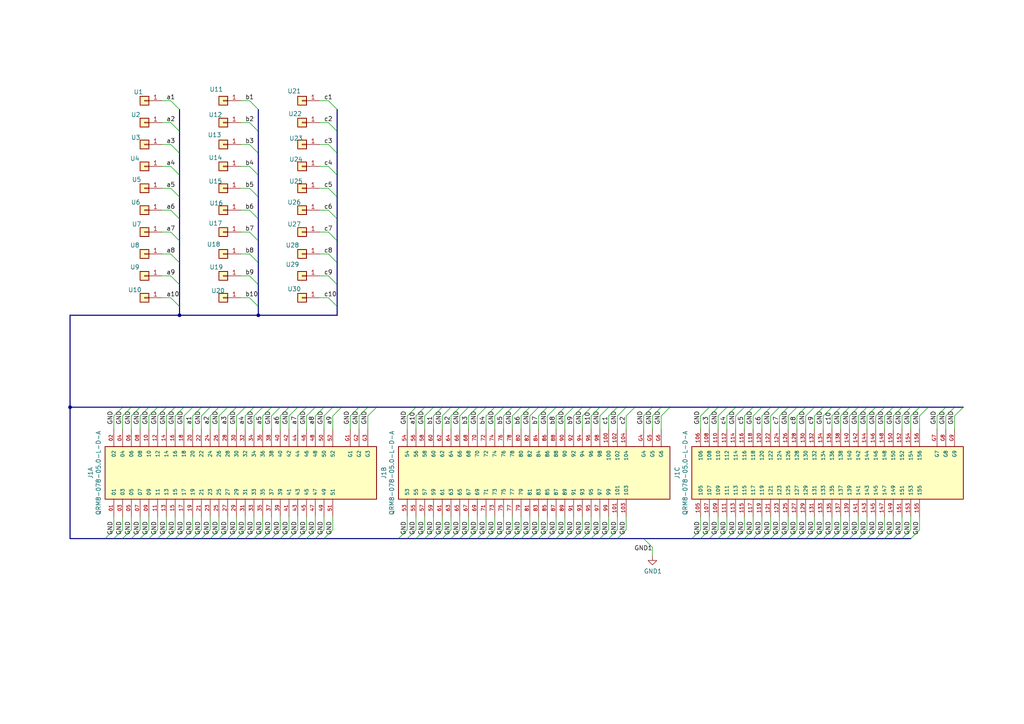
<source format=kicad_sch>
(kicad_sch (version 20211123) (generator eeschema)
  (paper "A4")
  (junction (at 52.07 91.44))
  (junction (at 74.93 91.44))
  (junction (at 20.32 118.11))
  (bus_entry (at 231.14 120.65) (size 2.54 -2.54))
  (bus_entry (at 171.45 153.67) (size -2.54 2.54))
  (bus_entry (at 208.28 120.65) (size 2.54 -2.54))
  (bus_entry (at 163.83 120.65) (size 2.54 -2.54))
  (bus_entry (at 63.5 120.65) (size 2.54 -2.54))
  (bus_entry (at 133.35 153.67) (size -2.54 2.54))
  (bus_entry (at 220.98 120.65) (size 2.54 -2.54))
  (bus_entry (at 58.42 120.65) (size 2.54 -2.54))
  (bus_entry (at 256.54 153.67) (size -2.54 2.54))
  (bus_entry (at 72.39 73.66) (size 2.54 2.54))
  (bus_entry (at 123.19 120.65) (size 2.54 -2.54))
  (bus_entry (at 261.62 153.67) (size -2.54 2.54))
  (bus_entry (at 274.32 120.65) (size 2.54 -2.54))
  (bus_entry (at 93.98 153.67) (size -2.54 2.54))
  (bus_entry (at 218.44 120.65) (size 2.54 -2.54))
  (bus_entry (at 49.53 54.61) (size 2.54 2.54))
  (bus_entry (at 49.53 41.91) (size 2.54 2.54))
  (bus_entry (at 95.25 41.91) (size 2.54 2.54))
  (bus_entry (at 49.53 60.96) (size 2.54 2.54))
  (bus_entry (at 83.82 153.67) (size -2.54 2.54))
  (bus_entry (at 191.77 120.65) (size 2.54 -2.54))
  (bus_entry (at 118.11 120.65) (size 2.54 -2.54))
  (bus_entry (at 96.52 153.67) (size -2.54 2.54))
  (bus_entry (at 118.11 153.67) (size -2.54 2.54))
  (bus_entry (at 151.13 120.65) (size 2.54 -2.54))
  (bus_entry (at 40.64 153.67) (size -2.54 2.54))
  (bus_entry (at 72.39 80.01) (size 2.54 2.54))
  (bus_entry (at 264.16 153.67) (size -2.54 2.54))
  (bus_entry (at 49.53 73.66) (size 2.54 2.54))
  (bus_entry (at 228.6 120.65) (size 2.54 -2.54))
  (bus_entry (at 189.23 120.65) (size 2.54 -2.54))
  (bus_entry (at 248.92 153.67) (size -2.54 2.54))
  (bus_entry (at 128.27 153.67) (size -2.54 2.54))
  (bus_entry (at 38.1 120.65) (size 2.54 -2.54))
  (bus_entry (at 120.65 153.67) (size -2.54 2.54))
  (bus_entry (at 66.04 120.65) (size 2.54 -2.54))
  (bus_entry (at 48.26 120.65) (size 2.54 -2.54))
  (bus_entry (at 210.82 153.67) (size -2.54 2.54))
  (bus_entry (at 215.9 120.65) (size 2.54 -2.54))
  (bus_entry (at 238.76 153.67) (size -2.54 2.54))
  (bus_entry (at 81.28 153.67) (size -2.54 2.54))
  (bus_entry (at 86.36 120.65) (size 2.54 -2.54))
  (bus_entry (at 158.75 120.65) (size 2.54 -2.54))
  (bus_entry (at 259.08 118.11) (size -2.54 2.54))
  (bus_entry (at 135.89 153.67) (size -2.54 2.54))
  (bus_entry (at 264.16 120.65) (size 2.54 -2.54))
  (bus_entry (at 241.3 120.65) (size 2.54 -2.54))
  (bus_entry (at 55.88 120.65) (size 2.54 -2.54))
  (bus_entry (at 228.6 153.67) (size -2.54 2.54))
  (bus_entry (at 254 153.67) (size -2.54 2.54))
  (bus_entry (at 143.51 120.65) (size 2.54 -2.54))
  (bus_entry (at 88.9 153.67) (size -2.54 2.54))
  (bus_entry (at 259.08 153.67) (size -2.54 2.54))
  (bus_entry (at 95.25 48.26) (size 2.54 2.54))
  (bus_entry (at 68.58 153.67) (size -2.54 2.54))
  (bus_entry (at 45.72 120.65) (size 2.54 -2.54))
  (bus_entry (at 72.39 54.61) (size 2.54 2.54))
  (bus_entry (at 146.05 120.65) (size 2.54 -2.54))
  (bus_entry (at 210.82 120.65) (size 2.54 -2.54))
  (bus_entry (at 220.98 153.67) (size -2.54 2.54))
  (bus_entry (at 231.14 153.67) (size -2.54 2.54))
  (bus_entry (at 91.44 120.65) (size 2.54 -2.54))
  (bus_entry (at 168.91 153.67) (size -2.54 2.54))
  (bus_entry (at 166.37 153.67) (size -2.54 2.54))
  (bus_entry (at 148.59 153.67) (size -2.54 2.54))
  (bus_entry (at 151.13 153.67) (size -2.54 2.54))
  (bus_entry (at 50.8 120.65) (size 2.54 -2.54))
  (bus_entry (at 130.81 153.67) (size -2.54 2.54))
  (bus_entry (at 146.05 153.67) (size -2.54 2.54))
  (bus_entry (at 171.45 120.65) (size 2.54 -2.54))
  (bus_entry (at 181.61 153.67) (size -2.54 2.54))
  (bus_entry (at 161.29 153.67) (size -2.54 2.54))
  (bus_entry (at 72.39 35.56) (size 2.54 2.54))
  (bus_entry (at 148.59 120.65) (size 2.54 -2.54))
  (bus_entry (at 72.39 48.26) (size 2.54 2.54))
  (bus_entry (at 138.43 153.67) (size -2.54 2.54))
  (bus_entry (at 133.35 120.65) (size 2.54 -2.54))
  (bus_entry (at 238.76 120.65) (size 2.54 -2.54))
  (bus_entry (at 173.99 120.65) (size 2.54 -2.54))
  (bus_entry (at 49.53 29.21) (size 2.54 2.54))
  (bus_entry (at 205.74 153.67) (size -2.54 2.54))
  (bus_entry (at 181.61 120.65) (size 2.54 -2.54))
  (bus_entry (at 243.84 153.67) (size -2.54 2.54))
  (bus_entry (at 43.18 120.65) (size 2.54 -2.54))
  (bus_entry (at 215.9 153.67) (size -2.54 2.54))
  (bus_entry (at 95.25 35.56) (size 2.54 2.54))
  (bus_entry (at 95.25 86.36) (size 2.54 2.54))
  (bus_entry (at 50.8 153.67) (size -2.54 2.54))
  (bus_entry (at 49.53 35.56) (size 2.54 2.54))
  (bus_entry (at 78.74 153.67) (size -2.54 2.54))
  (bus_entry (at 95.25 60.96) (size 2.54 2.54))
  (bus_entry (at 76.2 153.67) (size -2.54 2.54))
  (bus_entry (at 130.81 120.65) (size 2.54 -2.54))
  (bus_entry (at 125.73 120.65) (size 2.54 -2.54))
  (bus_entry (at 138.43 120.65) (size 2.54 -2.54))
  (bus_entry (at 158.75 153.67) (size -2.54 2.54))
  (bus_entry (at 213.36 120.65) (size 2.54 -2.54))
  (bus_entry (at 95.25 73.66) (size 2.54 2.54))
  (bus_entry (at 223.52 153.67) (size -2.54 2.54))
  (bus_entry (at 161.29 120.65) (size 2.54 -2.54))
  (bus_entry (at 248.92 120.65) (size 2.54 -2.54))
  (bus_entry (at 246.38 153.67) (size -2.54 2.54))
  (bus_entry (at 88.9 120.65) (size 2.54 -2.54))
  (bus_entry (at 40.64 120.65) (size 2.54 -2.54))
  (bus_entry (at 236.22 120.65) (size 2.54 -2.54))
  (bus_entry (at 176.53 153.67) (size -2.54 2.54))
  (bus_entry (at 271.78 120.65) (size 2.54 -2.54))
  (bus_entry (at 33.02 120.65) (size 2.54 -2.54))
  (bus_entry (at 96.52 120.65) (size 2.54 -2.54))
  (bus_entry (at 95.25 67.31) (size 2.54 2.54))
  (bus_entry (at 93.98 120.65) (size 2.54 -2.54))
  (bus_entry (at 35.56 120.65) (size 2.54 -2.54))
  (bus_entry (at 104.14 120.65) (size 2.54 -2.54))
  (bus_entry (at 135.89 120.65) (size 2.54 -2.54))
  (bus_entry (at 251.46 153.67) (size -2.54 2.54))
  (bus_entry (at 266.7 120.65) (size 2.54 -2.54))
  (bus_entry (at 179.07 120.65) (size 2.54 -2.54))
  (bus_entry (at 261.62 120.65) (size 2.54 -2.54))
  (bus_entry (at 86.36 153.67) (size -2.54 2.54))
  (bus_entry (at 95.25 80.01) (size 2.54 2.54))
  (bus_entry (at 95.25 54.61) (size 2.54 2.54))
  (bus_entry (at 213.36 153.67) (size -2.54 2.54))
  (bus_entry (at 166.37 120.65) (size 2.54 -2.54))
  (bus_entry (at 95.25 29.21) (size 2.54 2.54))
  (bus_entry (at 173.99 153.67) (size -2.54 2.54))
  (bus_entry (at 251.46 120.65) (size 2.54 -2.54))
  (bus_entry (at 128.27 120.65) (size 2.54 -2.54))
  (bus_entry (at 35.56 153.67) (size -2.54 2.54))
  (bus_entry (at 226.06 120.65) (size 2.54 -2.54))
  (bus_entry (at 49.53 48.26) (size 2.54 2.54))
  (bus_entry (at 60.96 120.65) (size 2.54 -2.54))
  (bus_entry (at 91.44 153.67) (size -2.54 2.54))
  (bus_entry (at 246.38 120.65) (size 2.54 -2.54))
  (bus_entry (at 38.1 153.67) (size -2.54 2.54))
  (bus_entry (at 153.67 153.67) (size -2.54 2.54))
  (bus_entry (at 259.08 120.65) (size 2.54 -2.54))
  (bus_entry (at 83.82 120.65) (size 2.54 -2.54))
  (bus_entry (at 71.12 153.67) (size -2.54 2.54))
  (bus_entry (at 81.28 120.65) (size 2.54 -2.54))
  (bus_entry (at 72.39 41.91) (size 2.54 2.54))
  (bus_entry (at 218.44 153.67) (size -2.54 2.54))
  (bus_entry (at 123.19 153.67) (size -2.54 2.54))
  (bus_entry (at 55.88 153.67) (size -2.54 2.54))
  (bus_entry (at 72.39 60.96) (size 2.54 2.54))
  (bus_entry (at 53.34 153.67) (size -2.54 2.54))
  (bus_entry (at 49.53 80.01) (size 2.54 2.54))
  (bus_entry (at 76.2 120.65) (size 2.54 -2.54))
  (bus_entry (at 60.96 153.67) (size -2.54 2.54))
  (bus_entry (at 168.91 120.65) (size 2.54 -2.54))
  (bus_entry (at 48.26 153.67) (size -2.54 2.54))
  (bus_entry (at 72.39 29.21) (size 2.54 2.54))
  (bus_entry (at 140.97 153.67) (size -2.54 2.54))
  (bus_entry (at 243.84 120.65) (size 2.54 -2.54))
  (bus_entry (at 71.12 120.65) (size 2.54 -2.54))
  (bus_entry (at 156.21 153.67) (size -2.54 2.54))
  (bus_entry (at 156.21 120.65) (size 2.54 -2.54))
  (bus_entry (at 68.58 120.65) (size 2.54 -2.54))
  (bus_entry (at 73.66 120.65) (size 2.54 -2.54))
  (bus_entry (at 106.68 120.65) (size 2.54 -2.54))
  (bus_entry (at 125.73 153.67) (size -2.54 2.54))
  (bus_entry (at 241.3 153.67) (size -2.54 2.54))
  (bus_entry (at 236.22 153.67) (size -2.54 2.54))
  (bus_entry (at 276.86 120.65) (size 2.54 -2.54))
  (bus_entry (at 203.2 120.65) (size 2.54 -2.54))
  (bus_entry (at 72.39 67.31) (size 2.54 2.54))
  (bus_entry (at 186.69 156.21) (size 2.54 2.54))
  (bus_entry (at 49.53 67.31) (size 2.54 2.54))
  (bus_entry (at 233.68 120.65) (size 2.54 -2.54))
  (bus_entry (at 58.42 153.67) (size -2.54 2.54))
  (bus_entry (at 176.53 120.65) (size 2.54 -2.54))
  (bus_entry (at 33.02 153.67) (size -2.54 2.54))
  (bus_entry (at 208.28 153.67) (size -2.54 2.54))
  (bus_entry (at 78.74 120.65) (size 2.54 -2.54))
  (bus_entry (at 73.66 153.67) (size -2.54 2.54))
  (bus_entry (at 153.67 120.65) (size 2.54 -2.54))
  (bus_entry (at 63.5 153.67) (size -2.54 2.54))
  (bus_entry (at 233.68 153.67) (size -2.54 2.54))
  (bus_entry (at 143.51 153.67) (size -2.54 2.54))
  (bus_entry (at 203.2 153.67) (size -2.54 2.54))
  (bus_entry (at 223.52 120.65) (size 2.54 -2.54))
  (bus_entry (at 140.97 120.65) (size 2.54 -2.54))
  (bus_entry (at 266.7 153.67) (size -2.54 2.54))
  (bus_entry (at 120.65 120.65) (size 2.54 -2.54))
  (bus_entry (at 49.53 86.36) (size 2.54 2.54))
  (bus_entry (at 66.04 153.67) (size -2.54 2.54))
  (bus_entry (at 101.6 120.65) (size 2.54 -2.54))
  (bus_entry (at 254 120.65) (size 2.54 -2.54))
  (bus_entry (at 45.72 153.67) (size -2.54 2.54))
  (bus_entry (at 226.06 153.67) (size -2.54 2.54))
  (bus_entry (at 163.83 153.67) (size -2.54 2.54))
  (bus_entry (at 205.74 120.65) (size 2.54 -2.54))
  (bus_entry (at 43.18 153.67) (size -2.54 2.54))
  (bus_entry (at 186.69 120.65) (size 2.54 -2.54))
  (bus_entry (at 72.39 86.36) (size 2.54 2.54))
  (bus_entry (at 179.07 153.67) (size -2.54 2.54))
  (bus_entry (at 53.34 120.65) (size 2.54 -2.54))
  (wire (pts (xy 135.89 124.46) (xy 135.89 120.65)))
  (wire (pts (xy 69.85 41.91) (xy 72.39 41.91)))
  (bus (pts (xy 52.07 76.2) (xy 52.07 82.55)))
  (wire (pts (xy 55.88 124.46) (xy 55.88 120.65)))
  (bus (pts (xy 86.36 156.21) (xy 88.9 156.21)))
  (wire (pts (xy 243.84 124.46) (xy 243.84 120.65)))
  (wire (pts (xy 176.53 149.86) (xy 176.53 153.67)))
  (wire (pts (xy 48.26 124.46) (xy 48.26 120.65)))
  (wire (pts (xy 215.9 149.86) (xy 215.9 153.67)))
  (bus (pts (xy 52.07 88.9) (xy 52.07 91.44)))
  (wire (pts (xy 173.99 124.46) (xy 173.99 120.65)))
  (bus (pts (xy 231.14 118.11) (xy 233.68 118.11)))
  (bus (pts (xy 274.32 118.11) (xy 276.86 118.11)))
  (bus (pts (xy 133.35 156.21) (xy 135.89 156.21)))
  (wire (pts (xy 259.08 124.46) (xy 259.08 120.65)))
  (wire (pts (xy 92.71 48.26) (xy 95.25 48.26)))
  (bus (pts (xy 97.79 76.2) (xy 97.79 82.55)))
  (wire (pts (xy 213.36 124.46) (xy 213.36 120.65)))
  (wire (pts (xy 251.46 149.86) (xy 251.46 153.67)))
  (bus (pts (xy 52.07 91.44) (xy 74.93 91.44)))
  (bus (pts (xy 58.42 118.11) (xy 60.96 118.11)))
  (wire (pts (xy 92.71 41.91) (xy 95.25 41.91)))
  (bus (pts (xy 276.86 118.11) (xy 279.4 118.11)))
  (wire (pts (xy 125.73 149.86) (xy 125.73 153.67)))
  (wire (pts (xy 33.02 149.86) (xy 33.02 153.67)))
  (wire (pts (xy 256.54 124.46) (xy 256.54 120.65)))
  (bus (pts (xy 88.9 118.11) (xy 91.44 118.11)))
  (bus (pts (xy 218.44 156.21) (xy 220.98 156.21)))
  (wire (pts (xy 146.05 149.86) (xy 146.05 153.67)))
  (bus (pts (xy 106.68 118.11) (xy 109.22 118.11)))
  (wire (pts (xy 135.89 149.86) (xy 135.89 153.67)))
  (bus (pts (xy 78.74 118.11) (xy 81.28 118.11)))
  (wire (pts (xy 256.54 149.86) (xy 256.54 153.67)))
  (bus (pts (xy 233.68 118.11) (xy 236.22 118.11)))
  (bus (pts (xy 200.66 156.21) (xy 203.2 156.21)))
  (bus (pts (xy 53.34 118.11) (xy 55.88 118.11)))
  (wire (pts (xy 181.61 124.46) (xy 181.61 120.65)))
  (bus (pts (xy 153.67 118.11) (xy 156.21 118.11)))
  (wire (pts (xy 40.64 124.46) (xy 40.64 120.65)))
  (bus (pts (xy 130.81 118.11) (xy 133.35 118.11)))
  (wire (pts (xy 158.75 149.86) (xy 158.75 153.67)))
  (wire (pts (xy 46.99 73.66) (xy 49.53 73.66)))
  (bus (pts (xy 68.58 118.11) (xy 71.12 118.11)))
  (bus (pts (xy 256.54 156.21) (xy 259.08 156.21)))
  (bus (pts (xy 223.52 156.21) (xy 226.06 156.21)))
  (bus (pts (xy 208.28 156.21) (xy 210.82 156.21)))
  (bus (pts (xy 226.06 118.11) (xy 228.6 118.11)))
  (bus (pts (xy 73.66 156.21) (xy 76.2 156.21)))
  (bus (pts (xy 52.07 57.15) (xy 52.07 63.5)))
  (wire (pts (xy 69.85 73.66) (xy 72.39 73.66)))
  (wire (pts (xy 226.06 124.46) (xy 226.06 120.65)))
  (wire (pts (xy 261.62 124.46) (xy 261.62 120.65)))
  (bus (pts (xy 138.43 156.21) (xy 140.97 156.21)))
  (wire (pts (xy 88.9 124.46) (xy 88.9 120.65)))
  (wire (pts (xy 63.5 149.86) (xy 63.5 153.67)))
  (bus (pts (xy 99.06 118.11) (xy 104.14 118.11)))
  (wire (pts (xy 218.44 149.86) (xy 218.44 153.67)))
  (bus (pts (xy 256.54 118.11) (xy 259.08 118.11)))
  (wire (pts (xy 166.37 124.46) (xy 166.37 120.65)))
  (wire (pts (xy 68.58 124.46) (xy 68.58 120.65)))
  (wire (pts (xy 46.99 86.36) (xy 49.53 86.36)))
  (wire (pts (xy 226.06 149.86) (xy 226.06 153.67)))
  (wire (pts (xy 231.14 149.86) (xy 231.14 153.67)))
  (wire (pts (xy 104.14 124.46) (xy 104.14 120.65)))
  (bus (pts (xy 68.58 156.21) (xy 71.12 156.21)))
  (bus (pts (xy 33.02 156.21) (xy 35.56 156.21)))
  (bus (pts (xy 58.42 156.21) (xy 60.96 156.21)))
  (wire (pts (xy 143.51 124.46) (xy 143.51 120.65)))
  (wire (pts (xy 38.1 124.46) (xy 38.1 120.65)))
  (wire (pts (xy 181.61 149.86) (xy 181.61 153.67)))
  (bus (pts (xy 74.93 44.45) (xy 74.93 50.8)))
  (wire (pts (xy 223.52 124.46) (xy 223.52 120.65)))
  (wire (pts (xy 233.68 149.86) (xy 233.68 153.67)))
  (bus (pts (xy 81.28 118.11) (xy 83.82 118.11)))
  (bus (pts (xy 74.93 50.8) (xy 74.93 57.15)))
  (bus (pts (xy 83.82 156.21) (xy 86.36 156.21)))
  (wire (pts (xy 60.96 149.86) (xy 60.96 153.67)))
  (bus (pts (xy 38.1 118.11) (xy 40.64 118.11)))
  (bus (pts (xy 151.13 156.21) (xy 153.67 156.21)))
  (wire (pts (xy 130.81 124.46) (xy 130.81 120.65)))
  (bus (pts (xy 128.27 118.11) (xy 130.81 118.11)))
  (bus (pts (xy 97.79 82.55) (xy 97.79 88.9)))
  (wire (pts (xy 69.85 86.36) (xy 72.39 86.36)))
  (bus (pts (xy 60.96 156.21) (xy 63.5 156.21)))
  (wire (pts (xy 179.07 149.86) (xy 179.07 153.67)))
  (wire (pts (xy 106.68 124.46) (xy 106.68 120.65)))
  (wire (pts (xy 266.7 149.86) (xy 266.7 153.67)))
  (bus (pts (xy 125.73 118.11) (xy 128.27 118.11)))
  (bus (pts (xy 213.36 118.11) (xy 215.9 118.11)))
  (bus (pts (xy 205.74 156.21) (xy 208.28 156.21)))
  (wire (pts (xy 45.72 149.86) (xy 45.72 153.67)))
  (wire (pts (xy 69.85 67.31) (xy 72.39 67.31)))
  (wire (pts (xy 254 124.46) (xy 254 120.65)))
  (bus (pts (xy 115.57 156.21) (xy 118.11 156.21)))
  (bus (pts (xy 52.07 44.45) (xy 52.07 50.8)))
  (bus (pts (xy 74.93 82.55) (xy 74.93 88.9)))
  (bus (pts (xy 171.45 118.11) (xy 173.99 118.11)))
  (wire (pts (xy 173.99 149.86) (xy 173.99 153.67)))
  (wire (pts (xy 191.77 124.46) (xy 191.77 120.65)))
  (bus (pts (xy 40.64 118.11) (xy 43.18 118.11)))
  (wire (pts (xy 43.18 124.46) (xy 43.18 120.65)))
  (bus (pts (xy 38.1 156.21) (xy 40.64 156.21)))
  (bus (pts (xy 158.75 156.21) (xy 161.29 156.21)))
  (bus (pts (xy 228.6 118.11) (xy 231.14 118.11)))
  (wire (pts (xy 69.85 29.21) (xy 72.39 29.21)))
  (wire (pts (xy 218.44 124.46) (xy 218.44 120.65)))
  (bus (pts (xy 156.21 118.11) (xy 158.75 118.11)))
  (bus (pts (xy 220.98 156.21) (xy 223.52 156.21)))
  (bus (pts (xy 161.29 156.21) (xy 163.83 156.21)))
  (wire (pts (xy 91.44 124.46) (xy 91.44 120.65)))
  (wire (pts (xy 69.85 80.01) (xy 72.39 80.01)))
  (bus (pts (xy 259.08 156.21) (xy 261.62 156.21)))
  (bus (pts (xy 91.44 156.21) (xy 93.98 156.21)))
  (bus (pts (xy 179.07 156.21) (xy 186.69 156.21)))
  (bus (pts (xy 74.93 76.2) (xy 74.93 82.55)))
  (wire (pts (xy 101.6 124.46) (xy 101.6 120.65)))
  (wire (pts (xy 92.71 29.21) (xy 95.25 29.21)))
  (bus (pts (xy 241.3 156.21) (xy 243.84 156.21)))
  (bus (pts (xy 48.26 118.11) (xy 50.8 118.11)))
  (wire (pts (xy 123.19 149.86) (xy 123.19 153.67)))
  (wire (pts (xy 60.96 124.46) (xy 60.96 120.65)))
  (wire (pts (xy 213.36 149.86) (xy 213.36 153.67)))
  (wire (pts (xy 236.22 149.86) (xy 236.22 153.67)))
  (wire (pts (xy 71.12 149.86) (xy 71.12 153.67)))
  (wire (pts (xy 33.02 120.65) (xy 33.02 124.46)))
  (bus (pts (xy 43.18 118.11) (xy 45.72 118.11)))
  (bus (pts (xy 97.79 50.8) (xy 97.79 57.15)))
  (wire (pts (xy 55.88 149.86) (xy 55.88 153.67)))
  (bus (pts (xy 148.59 118.11) (xy 151.13 118.11)))
  (wire (pts (xy 53.34 149.86) (xy 53.34 153.67)))
  (bus (pts (xy 66.04 118.11) (xy 68.58 118.11)))
  (bus (pts (xy 194.31 118.11) (xy 205.74 118.11)))
  (bus (pts (xy 176.53 156.21) (xy 179.07 156.21)))
  (wire (pts (xy 96.52 124.46) (xy 96.52 120.65)))
  (bus (pts (xy 215.9 156.21) (xy 218.44 156.21)))
  (wire (pts (xy 76.2 124.46) (xy 76.2 120.65)))
  (bus (pts (xy 226.06 156.21) (xy 228.6 156.21)))
  (wire (pts (xy 153.67 124.46) (xy 153.67 120.65)))
  (bus (pts (xy 246.38 118.11) (xy 248.92 118.11)))
  (bus (pts (xy 45.72 118.11) (xy 48.26 118.11)))
  (wire (pts (xy 153.67 149.86) (xy 153.67 153.67)))
  (bus (pts (xy 35.56 118.11) (xy 38.1 118.11)))
  (bus (pts (xy 261.62 156.21) (xy 264.16 156.21)))
  (bus (pts (xy 120.65 156.21) (xy 123.19 156.21)))
  (bus (pts (xy 166.37 118.11) (xy 168.91 118.11)))
  (bus (pts (xy 71.12 156.21) (xy 73.66 156.21)))
  (bus (pts (xy 66.04 156.21) (xy 68.58 156.21)))
  (wire (pts (xy 151.13 149.86) (xy 151.13 153.67)))
  (bus (pts (xy 228.6 156.21) (xy 231.14 156.21)))
  (wire (pts (xy 156.21 149.86) (xy 156.21 153.67)))
  (wire (pts (xy 215.9 124.46) (xy 215.9 120.65)))
  (wire (pts (xy 261.62 149.86) (xy 261.62 153.67)))
  (wire (pts (xy 161.29 124.46) (xy 161.29 120.65)))
  (bus (pts (xy 248.92 156.21) (xy 251.46 156.21)))
  (bus (pts (xy 97.79 31.75) (xy 97.79 38.1)))
  (bus (pts (xy 248.92 118.11) (xy 251.46 118.11)))
  (wire (pts (xy 93.98 124.46) (xy 93.98 120.65)))
  (wire (pts (xy 46.99 67.31) (xy 49.53 67.31)))
  (bus (pts (xy 74.93 38.1) (xy 74.93 44.45)))
  (bus (pts (xy 146.05 156.21) (xy 148.59 156.21)))
  (wire (pts (xy 50.8 149.86) (xy 50.8 153.67)))
  (wire (pts (xy 228.6 124.46) (xy 228.6 120.65)))
  (wire (pts (xy 148.59 124.46) (xy 148.59 120.65)))
  (bus (pts (xy 20.32 118.11) (xy 20.32 156.21)))
  (wire (pts (xy 73.66 124.46) (xy 73.66 120.65)))
  (wire (pts (xy 76.2 149.86) (xy 76.2 153.67)))
  (wire (pts (xy 46.99 48.26) (xy 49.53 48.26)))
  (bus (pts (xy 238.76 156.21) (xy 241.3 156.21)))
  (wire (pts (xy 259.08 149.86) (xy 259.08 153.67)))
  (wire (pts (xy 69.85 48.26) (xy 72.39 48.26)))
  (bus (pts (xy 259.08 118.11) (xy 261.62 118.11)))
  (bus (pts (xy 181.61 118.11) (xy 184.15 118.11)))
  (wire (pts (xy 46.99 54.61) (xy 49.53 54.61)))
  (bus (pts (xy 97.79 88.9) (xy 97.79 91.44)))
  (bus (pts (xy 254 118.11) (xy 256.54 118.11)))
  (bus (pts (xy 176.53 118.11) (xy 179.07 118.11)))
  (wire (pts (xy 128.27 149.86) (xy 128.27 153.67)))
  (bus (pts (xy 143.51 118.11) (xy 146.05 118.11)))
  (wire (pts (xy 233.68 124.46) (xy 233.68 120.65)))
  (bus (pts (xy 83.82 118.11) (xy 86.36 118.11)))
  (bus (pts (xy 76.2 156.21) (xy 78.74 156.21)))
  (wire (pts (xy 151.13 124.46) (xy 151.13 120.65)))
  (wire (pts (xy 58.42 124.46) (xy 58.42 120.65)))
  (bus (pts (xy 20.32 91.44) (xy 52.07 91.44)))
  (bus (pts (xy 74.93 31.75) (xy 74.93 38.1)))
  (bus (pts (xy 184.15 118.11) (xy 189.23 118.11)))
  (bus (pts (xy 50.8 118.11) (xy 53.34 118.11)))
  (wire (pts (xy 53.34 124.46) (xy 53.34 120.65)))
  (bus (pts (xy 205.74 118.11) (xy 208.28 118.11)))
  (bus (pts (xy 120.65 118.11) (xy 123.19 118.11)))
  (wire (pts (xy 83.82 124.46) (xy 83.82 120.65)))
  (bus (pts (xy 93.98 156.21) (xy 115.57 156.21)))
  (wire (pts (xy 35.56 124.46) (xy 35.56 120.65)))
  (bus (pts (xy 78.74 156.21) (xy 81.28 156.21)))
  (wire (pts (xy 46.99 41.91) (xy 49.53 41.91)))
  (bus (pts (xy 35.56 156.21) (xy 38.1 156.21)))
  (wire (pts (xy 148.59 149.86) (xy 148.59 153.67)))
  (bus (pts (xy 243.84 118.11) (xy 246.38 118.11)))
  (wire (pts (xy 128.27 124.46) (xy 128.27 120.65)))
  (wire (pts (xy 40.64 149.86) (xy 40.64 153.67)))
  (bus (pts (xy 215.9 118.11) (xy 218.44 118.11)))
  (wire (pts (xy 203.2 120.65) (xy 203.2 124.46)))
  (wire (pts (xy 63.5 124.46) (xy 63.5 120.65)))
  (bus (pts (xy 161.29 118.11) (xy 163.83 118.11)))
  (bus (pts (xy 254 156.21) (xy 256.54 156.21)))
  (bus (pts (xy 264.16 118.11) (xy 266.7 118.11)))
  (wire (pts (xy 248.92 124.46) (xy 248.92 120.65)))
  (wire (pts (xy 83.82 149.86) (xy 83.82 153.67)))
  (bus (pts (xy 125.73 156.21) (xy 128.27 156.21)))
  (bus (pts (xy 173.99 118.11) (xy 176.53 118.11)))
  (wire (pts (xy 69.85 54.61) (xy 72.39 54.61)))
  (bus (pts (xy 140.97 118.11) (xy 143.51 118.11)))
  (bus (pts (xy 74.93 69.85) (xy 74.93 76.2)))
  (bus (pts (xy 30.48 156.21) (xy 33.02 156.21)))
  (wire (pts (xy 92.71 60.96) (xy 95.25 60.96)))
  (wire (pts (xy 133.35 124.46) (xy 133.35 120.65)))
  (wire (pts (xy 86.36 149.86) (xy 86.36 153.67)))
  (wire (pts (xy 50.8 124.46) (xy 50.8 120.65)))
  (wire (pts (xy 161.29 149.86) (xy 161.29 153.67)))
  (bus (pts (xy 233.68 156.21) (xy 236.22 156.21)))
  (wire (pts (xy 243.84 149.86) (xy 243.84 153.67)))
  (wire (pts (xy 118.11 149.86) (xy 118.11 153.67)))
  (wire (pts (xy 246.38 149.86) (xy 246.38 153.67)))
  (wire (pts (xy 66.04 149.86) (xy 66.04 153.67)))
  (bus (pts (xy 146.05 118.11) (xy 148.59 118.11)))
  (bus (pts (xy 52.07 50.8) (xy 52.07 57.15)))
  (wire (pts (xy 186.69 124.46) (xy 186.69 120.65)))
  (wire (pts (xy 92.71 67.31) (xy 95.25 67.31)))
  (bus (pts (xy 223.52 118.11) (xy 226.06 118.11)))
  (bus (pts (xy 236.22 118.11) (xy 238.76 118.11)))
  (bus (pts (xy 168.91 118.11) (xy 171.45 118.11)))
  (wire (pts (xy 176.53 124.46) (xy 176.53 120.65)))
  (bus (pts (xy 179.07 118.11) (xy 181.61 118.11)))
  (bus (pts (xy 20.32 118.11) (xy 35.56 118.11)))
  (bus (pts (xy 123.19 118.11) (xy 125.73 118.11)))
  (wire (pts (xy 69.85 35.56) (xy 72.39 35.56)))
  (bus (pts (xy 213.36 156.21) (xy 215.9 156.21)))
  (bus (pts (xy 130.81 156.21) (xy 133.35 156.21)))
  (bus (pts (xy 208.28 118.11) (xy 210.82 118.11)))
  (wire (pts (xy 205.74 149.86) (xy 205.74 153.67)))
  (bus (pts (xy 191.77 118.11) (xy 194.31 118.11)))
  (bus (pts (xy 74.93 63.5) (xy 74.93 69.85)))
  (bus (pts (xy 163.83 118.11) (xy 166.37 118.11)))
  (wire (pts (xy 271.78 124.46) (xy 271.78 120.65)))
  (wire (pts (xy 168.91 124.46) (xy 168.91 120.65)))
  (wire (pts (xy 86.36 124.46) (xy 86.36 120.65)))
  (bus (pts (xy 104.14 118.11) (xy 106.68 118.11)))
  (bus (pts (xy 171.45 156.21) (xy 173.99 156.21)))
  (wire (pts (xy 81.28 149.86) (xy 81.28 153.67)))
  (wire (pts (xy 96.52 149.86) (xy 96.52 153.67)))
  (wire (pts (xy 66.04 124.46) (xy 66.04 120.65)))
  (bus (pts (xy 74.93 57.15) (xy 74.93 63.5)))
  (wire (pts (xy 208.28 149.86) (xy 208.28 153.67)))
  (wire (pts (xy 171.45 124.46) (xy 171.45 120.65)))
  (bus (pts (xy 118.11 156.21) (xy 120.65 156.21)))
  (bus (pts (xy 123.19 156.21) (xy 125.73 156.21)))
  (wire (pts (xy 203.2 149.86) (xy 203.2 153.67)))
  (wire (pts (xy 92.71 54.61) (xy 95.25 54.61)))
  (wire (pts (xy 69.85 60.96) (xy 72.39 60.96)))
  (bus (pts (xy 52.07 82.55) (xy 52.07 88.9)))
  (bus (pts (xy 73.66 118.11) (xy 76.2 118.11)))
  (wire (pts (xy 91.44 149.86) (xy 91.44 153.67)))
  (wire (pts (xy 130.81 149.86) (xy 130.81 153.67)))
  (bus (pts (xy 246.38 156.21) (xy 248.92 156.21)))
  (wire (pts (xy 274.32 124.46) (xy 274.32 120.65)))
  (bus (pts (xy 81.28 156.21) (xy 83.82 156.21)))
  (wire (pts (xy 92.71 35.56) (xy 95.25 35.56)))
  (wire (pts (xy 241.3 149.86) (xy 241.3 153.67)))
  (bus (pts (xy 238.76 118.11) (xy 241.3 118.11)))
  (bus (pts (xy 97.79 57.15) (xy 97.79 63.5)))
  (bus (pts (xy 63.5 156.21) (xy 66.04 156.21)))
  (wire (pts (xy 231.14 124.46) (xy 231.14 120.65)))
  (wire (pts (xy 92.71 73.66) (xy 95.25 73.66)))
  (bus (pts (xy 148.59 156.21) (xy 151.13 156.21)))
  (wire (pts (xy 158.75 124.46) (xy 158.75 120.65)))
  (wire (pts (xy 241.3 124.46) (xy 241.3 120.65)))
  (wire (pts (xy 133.35 149.86) (xy 133.35 153.67)))
  (wire (pts (xy 251.46 124.46) (xy 251.46 120.65)))
  (wire (pts (xy 78.74 149.86) (xy 78.74 153.67)))
  (bus (pts (xy 48.26 156.21) (xy 50.8 156.21)))
  (bus (pts (xy 189.23 118.11) (xy 191.77 118.11)))
  (bus (pts (xy 156.21 156.21) (xy 158.75 156.21)))
  (bus (pts (xy 52.07 38.1) (xy 52.07 44.45)))
  (bus (pts (xy 266.7 118.11) (xy 269.24 118.11)))
  (bus (pts (xy 243.84 156.21) (xy 246.38 156.21)))
  (wire (pts (xy 58.42 149.86) (xy 58.42 153.67)))
  (wire (pts (xy 228.6 149.86) (xy 228.6 153.67)))
  (bus (pts (xy 140.97 156.21) (xy 143.51 156.21)))
  (wire (pts (xy 246.38 124.46) (xy 246.38 120.65)))
  (wire (pts (xy 123.19 124.46) (xy 123.19 120.65)))
  (wire (pts (xy 71.12 124.46) (xy 71.12 120.65)))
  (bus (pts (xy 133.35 118.11) (xy 135.89 118.11)))
  (wire (pts (xy 125.73 124.46) (xy 125.73 120.65)))
  (bus (pts (xy 163.83 156.21) (xy 166.37 156.21)))
  (wire (pts (xy 46.99 29.21) (xy 49.53 29.21)))
  (bus (pts (xy 60.96 118.11) (xy 63.5 118.11)))
  (wire (pts (xy 189.23 124.46) (xy 189.23 120.65)))
  (bus (pts (xy 186.69 156.21) (xy 200.66 156.21)))
  (bus (pts (xy 158.75 118.11) (xy 161.29 118.11)))
  (wire (pts (xy 166.37 149.86) (xy 166.37 153.67)))
  (wire (pts (xy 46.99 80.01) (xy 49.53 80.01)))
  (bus (pts (xy 166.37 156.21) (xy 168.91 156.21)))
  (bus (pts (xy 93.98 118.11) (xy 96.52 118.11)))
  (bus (pts (xy 97.79 69.85) (xy 97.79 76.2)))
  (bus (pts (xy 40.64 156.21) (xy 43.18 156.21)))
  (wire (pts (xy 236.22 124.46) (xy 236.22 120.65)))
  (bus (pts (xy 135.89 118.11) (xy 138.43 118.11)))
  (wire (pts (xy 254 149.86) (xy 254 153.67)))
  (bus (pts (xy 109.22 118.11) (xy 120.65 118.11)))
  (wire (pts (xy 143.51 149.86) (xy 143.51 153.67)))
  (wire (pts (xy 168.91 149.86) (xy 168.91 153.67)))
  (bus (pts (xy 20.32 91.44) (xy 20.32 118.11)))
  (bus (pts (xy 97.79 63.5) (xy 97.79 69.85)))
  (bus (pts (xy 97.79 44.45) (xy 97.79 50.8)))
  (wire (pts (xy 45.72 124.46) (xy 45.72 120.65)))
  (wire (pts (xy 43.18 149.86) (xy 43.18 153.67)))
  (bus (pts (xy 168.91 156.21) (xy 171.45 156.21)))
  (bus (pts (xy 52.07 63.5) (xy 52.07 69.85)))
  (wire (pts (xy 35.56 149.86) (xy 35.56 153.67)))
  (bus (pts (xy 151.13 118.11) (xy 153.67 118.11)))
  (bus (pts (xy 97.79 38.1) (xy 97.79 44.45)))
  (bus (pts (xy 173.99 156.21) (xy 176.53 156.21)))
  (wire (pts (xy 140.97 124.46) (xy 140.97 120.65)))
  (wire (pts (xy 138.43 149.86) (xy 138.43 153.67)))
  (bus (pts (xy 96.52 118.11) (xy 99.06 118.11)))
  (wire (pts (xy 189.23 158.75) (xy 189.23 161.29)))
  (wire (pts (xy 88.9 149.86) (xy 88.9 153.67)))
  (bus (pts (xy 52.07 69.85) (xy 52.07 76.2)))
  (wire (pts (xy 238.76 149.86) (xy 238.76 153.67)))
  (wire (pts (xy 276.86 124.46) (xy 276.86 120.65)))
  (bus (pts (xy 63.5 118.11) (xy 66.04 118.11)))
  (wire (pts (xy 223.52 149.86) (xy 223.52 153.67)))
  (wire (pts (xy 171.45 149.86) (xy 171.45 153.67)))
  (wire (pts (xy 78.74 124.46) (xy 78.74 120.65)))
  (wire (pts (xy 120.65 149.86) (xy 120.65 153.67)))
  (wire (pts (xy 210.82 149.86) (xy 210.82 153.67)))
  (bus (pts (xy 143.51 156.21) (xy 146.05 156.21)))
  (wire (pts (xy 140.97 149.86) (xy 140.97 153.67)))
  (wire (pts (xy 93.98 149.86) (xy 93.98 153.67)))
  (bus (pts (xy 55.88 118.11) (xy 58.42 118.11)))
  (wire (pts (xy 179.07 124.46) (xy 179.07 120.65)))
  (bus (pts (xy 55.88 156.21) (xy 58.42 156.21)))
  (bus (pts (xy 71.12 118.11) (xy 73.66 118.11)))
  (wire (pts (xy 46.99 35.56) (xy 49.53 35.56)))
  (bus (pts (xy 86.36 118.11) (xy 88.9 118.11)))
  (bus (pts (xy 251.46 156.21) (xy 254 156.21)))
  (bus (pts (xy 88.9 156.21) (xy 91.44 156.21)))
  (wire (pts (xy 38.1 149.86) (xy 38.1 153.67)))
  (wire (pts (xy 264.16 124.46) (xy 264.16 120.65)))
  (wire (pts (xy 220.98 149.86) (xy 220.98 153.67)))
  (bus (pts (xy 153.67 156.21) (xy 156.21 156.21)))
  (bus (pts (xy 45.72 156.21) (xy 48.26 156.21)))
  (bus (pts (xy 50.8 156.21) (xy 53.34 156.21)))
  (bus (pts (xy 236.22 156.21) (xy 238.76 156.21)))
  (wire (pts (xy 163.83 149.86) (xy 163.83 153.67)))
  (bus (pts (xy 91.44 118.11) (xy 93.98 118.11)))
  (wire (pts (xy 266.7 124.46) (xy 266.7 120.65)))
  (wire (pts (xy 220.98 124.46) (xy 220.98 120.65)))
  (wire (pts (xy 156.21 124.46) (xy 156.21 120.65)))
  (bus (pts (xy 76.2 118.11) (xy 78.74 118.11)))
  (bus (pts (xy 20.32 156.21) (xy 30.48 156.21)))
  (wire (pts (xy 118.11 120.65) (xy 118.11 124.46)))
  (bus (pts (xy 74.93 91.44) (xy 97.79 91.44)))
  (bus (pts (xy 210.82 156.21) (xy 213.36 156.21)))
  (wire (pts (xy 92.71 80.01) (xy 95.25 80.01)))
  (wire (pts (xy 120.65 124.46) (xy 120.65 120.65)))
  (wire (pts (xy 146.05 124.46) (xy 146.05 120.65)))
  (wire (pts (xy 48.26 149.86) (xy 48.26 153.67)))
  (bus (pts (xy 269.24 118.11) (xy 274.32 118.11)))
  (wire (pts (xy 81.28 124.46) (xy 81.28 120.65)))
  (wire (pts (xy 138.43 124.46) (xy 138.43 120.65)))
  (bus (pts (xy 135.89 156.21) (xy 138.43 156.21)))
  (bus (pts (xy 251.46 118.11) (xy 254 118.11)))
  (wire (pts (xy 208.28 124.46) (xy 208.28 120.65)))
  (bus (pts (xy 261.62 118.11) (xy 264.16 118.11)))
  (wire (pts (xy 73.66 149.86) (xy 73.66 153.67)))
  (wire (pts (xy 46.99 60.96) (xy 49.53 60.96)))
  (bus (pts (xy 231.14 156.21) (xy 233.68 156.21)))
  (wire (pts (xy 163.83 124.46) (xy 163.83 120.65)))
  (wire (pts (xy 264.16 149.86) (xy 264.16 153.67)))
  (bus (pts (xy 52.07 31.75) (xy 52.07 38.1)))
  (bus (pts (xy 53.34 156.21) (xy 55.88 156.21)))
  (bus (pts (xy 203.2 156.21) (xy 205.74 156.21)))
  (wire (pts (xy 68.58 149.86) (xy 68.58 153.67)))
  (bus (pts (xy 210.82 118.11) (xy 213.36 118.11)))
  (wire (pts (xy 210.82 124.46) (xy 210.82 120.65)))
  (bus (pts (xy 241.3 118.11) (xy 243.84 118.11)))
  (wire (pts (xy 238.76 124.46) (xy 238.76 120.65)))
  (bus (pts (xy 218.44 118.11) (xy 220.98 118.11)))
  (bus (pts (xy 220.98 118.11) (xy 223.52 118.11)))
  (bus (pts (xy 138.43 118.11) (xy 140.97 118.11)))
  (bus (pts (xy 128.27 156.21) (xy 130.81 156.21)))
  (bus (pts (xy 74.93 88.9) (xy 74.93 91.44)))
  (wire (pts (xy 248.92 149.86) (xy 248.92 153.67)))
  (bus (pts (xy 43.18 156.21) (xy 45.72 156.21)))
  (wire (pts (xy 92.71 86.36) (xy 95.25 86.36)))
  (wire (pts (xy 205.74 124.46) (xy 205.74 120.65)))
  (label "GND" (at 130.81 151.13 270))
  (label "c7" (at 226.06 123.19 90))
  (label "c6" (at 220.98 123.19 90))
  (label "GND" (at 76.2 151.13 270))
  (label "b8" (at 71.12 73.66 0))
  (label "GND" (at 118.11 151.13 270))
  (label "a4" (at 71.12 123.19 90))
  (label "GND" (at 274.32 123.19 90))
  (label "b1" (at 71.12 29.21 0))
  (label "GND" (at 60.96 151.13 270))
  (label "GND" (at 158.75 123.19 90))
  (label "GND" (at 218.44 123.19 90))
  (label "a9" (at 96.52 123.19 90))
  (label "b7" (at 156.21 123.19 90))
  (label "b5" (at 71.12 54.61 0))
  (label "a8" (at 48.26 73.66 0))
  (label "b10" (at 71.12 86.36 0))
  (label "GND" (at 256.54 151.13 270))
  (label "GND" (at 101.6 123.19 90))
  (label "GND" (at 153.67 123.19 90))
  (label "GND" (at 163.83 151.13 270))
  (label "GND" (at 223.52 123.19 90))
  (label "GND" (at 236.22 151.13 270))
  (label "GND" (at 171.45 151.13 270))
  (label "GND" (at 78.74 151.13 270))
  (label "GND" (at 73.66 123.19 90))
  (label "c8" (at 231.14 123.19 90))
  (label "GND" (at 254 123.19 90))
  (label "GND" (at 53.34 123.19 90))
  (label "GND" (at 173.99 151.13 270))
  (label "a5" (at 76.2 123.19 90))
  (label "c10" (at 93.98 86.36 0))
  (label "GND" (at 48.26 151.13 270))
  (label "GND" (at 203.2 151.13 270))
  (label "GND" (at 143.51 151.13 270))
  (label "GND" (at 48.26 123.19 90))
  (label "GND" (at 66.04 151.13 270))
  (label "GND" (at 45.72 151.13 270))
  (label "GND" (at 55.88 151.13 270))
  (label "GND" (at 179.07 151.13 270))
  (label "c8" (at 93.98 73.66 0))
  (label "GND" (at 40.64 123.19 90))
  (label "a9" (at 48.26 80.01 0))
  (label "GND" (at 138.43 151.13 270))
  (label "GND" (at 271.78 123.19 90))
  (label "GND" (at 38.1 123.19 90))
  (label "GND" (at 35.56 151.13 270))
  (label "GND" (at 68.58 151.13 270))
  (label "GND" (at 276.86 123.19 90))
  (label "GND" (at 120.65 151.13 270))
  (label "b3" (at 135.89 123.19 90))
  (label "b5" (at 146.05 123.19 90))
  (label "GND" (at 231.14 151.13 270))
  (label "GND" (at 220.98 151.13 270))
  (label "GND" (at 228.6 123.19 90))
  (label "GND" (at 223.52 151.13 270))
  (label "c3" (at 205.74 123.19 90))
  (label "GND" (at 50.8 151.13 270))
  (label "c5" (at 93.98 54.61 0))
  (label "b2" (at 130.81 123.19 90))
  (label "GND" (at 246.38 123.19 90))
  (label "GND" (at 83.82 151.13 270))
  (label "a3" (at 66.04 123.19 90))
  (label "a6" (at 81.28 123.19 90))
  (label "GND" (at 58.42 123.19 90))
  (label "GND" (at 78.74 123.19 90))
  (label "GND" (at 58.42 151.13 270))
  (label "GND" (at 228.6 151.13 270))
  (label "GND" (at 63.5 123.19 90))
  (label "GND" (at 93.98 123.19 90))
  (label "GND" (at 246.38 151.13 270))
  (label "GND" (at 241.3 151.13 270))
  (label "GND" (at 148.59 123.19 90))
  (label "GND" (at 71.12 151.13 270))
  (label "c2" (at 181.61 123.19 90))
  (label "GND" (at 248.92 151.13 270))
  (label "GND" (at 123.19 151.13 270))
  (label "GND" (at 33.02 123.19 90))
  (label "GND" (at 125.73 151.13 270))
  (label "GND" (at 86.36 151.13 270))
  (label "a2" (at 60.96 123.19 90))
  (label "c2" (at 93.98 35.56 0))
  (label "GND" (at 128.27 123.19 90))
  (label "c3" (at 93.98 41.91 0))
  (label "a2" (at 48.26 35.56 0))
  (label "GND" (at 38.1 151.13 270))
  (label "GND" (at 243.84 123.19 90))
  (label "GND" (at 264.16 151.13 270))
  (label "GND" (at 218.44 151.13 270))
  (label "GND" (at 266.7 123.19 90))
  (label "GND" (at 73.66 151.13 270))
  (label "GND" (at 166.37 151.13 270))
  (label "GND" (at 261.62 123.19 90))
  (label "GND" (at 179.07 123.19 90))
  (label "GND1" (at 189.23 160.02 180))
  (label "GND" (at 151.13 151.13 270))
  (label "c6" (at 93.98 60.96 0))
  (label "GND" (at 146.05 151.13 270))
  (label "GND" (at 81.28 151.13 270))
  (label "GND" (at 63.5 151.13 270))
  (label "GND" (at 203.2 123.19 90))
  (label "GND" (at 208.28 151.13 270))
  (label "GND" (at 104.14 123.19 90))
  (label "a4" (at 48.26 48.26 0))
  (label "GND" (at 128.27 151.13 270))
  (label "a8" (at 91.44 123.19 90))
  (label "b7" (at 71.12 67.31 0))
  (label "GND" (at 148.59 151.13 270))
  (label "GND" (at 35.56 123.19 90))
  (label "b9" (at 71.12 80.01 0))
  (label "GND" (at 210.82 151.13 270))
  (label "GND" (at 256.54 123.19 90))
  (label "b1" (at 125.73 123.19 90))
  (label "GND" (at 168.91 151.13 270))
  (label "GND" (at 91.44 151.13 270))
  (label "GND" (at 118.11 123.19 90))
  (label "GND" (at 93.98 151.13 270))
  (label "c1" (at 176.53 123.19 90))
  (label "b8" (at 161.29 123.19 90))
  (label "GND" (at 163.83 123.19 90))
  (label "GND" (at 53.34 151.13 270))
  (label "GND" (at 238.76 151.13 270))
  (label "b4" (at 71.12 48.26 0))
  (label "a7" (at 86.36 123.19 90))
  (label "GND" (at 106.68 123.19 90))
  (label "GND" (at 161.29 151.13 270))
  (label "GND" (at 140.97 151.13 270))
  (label "GND" (at 248.92 123.19 90))
  (label "a6" (at 48.26 60.96 0))
  (label "GND" (at 83.82 123.19 90))
  (label "GND" (at 143.51 123.19 90))
  (label "GND" (at 133.35 151.13 270))
  (label "GND" (at 215.9 151.13 270))
  (label "GND" (at 158.75 151.13 270))
  (label "c10" (at 241.3 123.19 90))
  (label "a10" (at 48.26 86.36 0))
  (label "c1" (at 93.98 29.21 0))
  (label "GND" (at 189.23 123.19 90))
  (label "c9" (at 93.98 80.01 0))
  (label "b9" (at 166.37 123.19 90))
  (label "b4" (at 140.97 123.19 90))
  (label "a10" (at 120.65 123.19 90))
  (label "GND" (at 233.68 123.19 90))
  (label "c4" (at 210.82 123.19 90))
  (label "GND" (at 123.19 123.19 90))
  (label "a5" (at 48.26 54.61 0))
  (label "GND" (at 176.53 151.13 270))
  (label "GND" (at 153.67 151.13 270))
  (label "GND" (at 266.7 151.13 270))
  (label "c5" (at 215.9 123.19 90))
  (label "a7" (at 48.26 67.31 0))
  (label "GND" (at 261.62 151.13 270))
  (label "c7" (at 93.98 67.31 0))
  (label "b2" (at 71.12 35.56 0))
  (label "GND" (at 33.02 151.13 270))
  (label "GND" (at 43.18 123.19 90))
  (label "GND" (at 191.77 123.19 90))
  (label "a3" (at 48.26 41.91 0))
  (label "GND" (at 96.52 151.13 270))
  (label "b3" (at 71.12 41.91 0))
  (label "GND" (at 45.72 123.19 90))
  (label "b10" (at 171.45 123.19 90))
  (label "GND" (at 238.76 123.19 90))
  (label "GND" (at 68.58 123.19 90))
  (label "b6" (at 151.13 123.19 90))
  (label "GND" (at 186.69 123.19 90))
  (label "GND" (at 88.9 151.13 270))
  (label "GND" (at 251.46 123.19 90))
  (label "GND" (at 205.74 151.13 270))
  (label "GND" (at 264.16 123.19 90))
  (label "GND" (at 213.36 123.19 90))
  (label "GND" (at 254 151.13 270))
  (label "a1" (at 55.88 123.19 90))
  (label "GND" (at 50.8 123.19 90))
  (label "GND" (at 43.18 151.13 270))
  (label "GND" (at 243.84 151.13 270))
  (label "b6" (at 71.12 60.96 0))
  (label "GND" (at 226.06 151.13 270))
  (label "a1" (at 48.26 29.21 0))
  (label "GND" (at 88.9 123.19 90))
  (label "GND" (at 133.35 123.19 90))
  (label "GND" (at 168.91 123.19 90))
  (label "GND" (at 173.99 123.19 90))
  (label "GND" (at 40.64 151.13 270))
  (label "GND" (at 259.08 151.13 270))
  (label "c9" (at 236.22 123.19 90))
  (label "GND" (at 208.28 123.19 90))
  (label "GND" (at 251.46 151.13 270))
  (label "GND" (at 213.36 151.13 270))
  (label "GND" (at 135.89 151.13 270))
  (label "GND" (at 181.61 151.13 270))
  (label "GND" (at 138.43 123.19 90))
  (label "GND" (at 233.68 151.13 270))
  (label "GND" (at 156.21 151.13 270))
  (label "c4" (at 93.98 48.26 0))
  (label "GND" (at 259.08 123.19 90))
  (symbol (lib_id "samtec:QRM8-078-05.0-L-D-A") (at 68.58 137.16 90) (unit 1)
    (property "Reference" "J1" (at 26.2382 137.16 0))
    (property "Value" "QRM8-078-05.0-L-D-A" (at 28.5496 137.16 0))
    (property "Footprint" "samtec-appsupport:SAMTEC_QRM8-078-05.0-L-D-A" (effects hide))
    (property "MANUFACTURER" "SAMTEC" (effects hide))
  )
  (symbol (lib_id "samtec:QRM8-078-05.0-L-D-A") (at 153.67 137.16 90) (unit 2)
    (property "Reference" "J1" (at 111.3282 137.16 0))
    (property "Value" "QRM8-078-05.0-L-D-A" (at 113.6396 137.16 0))
    (property "Footprint" "samtec-appsupport:SAMTEC_QRM8-078-05.0-L-D-A" (effects hide))
    (property "MANUFACTURER" "SAMTEC" (effects hide))
  )
  (symbol (lib_id "samtec:QRM8-078-05.0-L-D-A") (at 238.76 137.16 90) (unit 3)
    (property "Reference" "J1" (at 196.4182 137.16 0))
    (property "Value" "QRM8-078-05.0-L-D-A" (at 198.7296 137.16 0))
    (property "Footprint" "samtec-appsupport:SAMTEC_QRM8-078-05.0-L-D-A" (effects hide))
    (property "MANUFACTURER" "SAMTEC" (effects hide))
  )
  (symbol (lib_id "Connector_Generic:Conn_01x01") (at 87.63 29.21 180) (unit 1)
    (property "Reference" "U21" (at 85.344 26.416 0))
    (property "Value" "anode_pad" (effects hide))
    (property "Footprint" "AnodePads:stripline_30" (effects hide))
  )
  (symbol (lib_id "Connector_Generic:Conn_01x01") (at 87.63 35.56 180) (unit 1)
    (property "Reference" "U22" (at 85.598 33.02 0))
    (property "Value" "anode_pad" (effects hide))
    (property "Footprint" "AnodePads:stripline_30" (effects hide))
  )
  (symbol (lib_id "Connector_Generic:Conn_01x01") (at 87.63 41.91 180) (unit 1)
    (property "Reference" "U23" (at 85.852 40.132 0))
    (property "Value" "anode_pad" (effects hide))
    (property "Footprint" "AnodePads:stripline_30" (effects hide))
  )
  (symbol (lib_id "Connector_Generic:Conn_01x01") (at 87.63 48.26 180) (unit 1)
    (property "Reference" "U24" (at 85.852 46.228 0))
    (property "Value" "anode_pad" (effects hide))
    (property "Footprint" "AnodePads:stripline_30" (effects hide))
  )
  (symbol (lib_id "Connector_Generic:Conn_01x01") (at 87.63 54.61 180) (unit 1)
    (property "Reference" "U25" (at 85.852 52.578 0))
    (property "Value" "anode_pad" (effects hide))
    (property "Footprint" "AnodePads:stripline_30" (effects hide))
  )
  (symbol (lib_id "Connector_Generic:Conn_01x01") (at 87.63 60.96 180) (unit 1)
    (property "Reference" "U26" (at 85.344 58.674 0))
    (property "Value" "anode_pad" (effects hide))
    (property "Footprint" "AnodePads:stripline_30" (effects hide))
  )
  (symbol (lib_id "Connector_Generic:Conn_01x01") (at 87.63 67.31 180) (unit 1)
    (property "Reference" "U27" (at 85.344 65.024 0))
    (property "Value" "anode_pad" (effects hide))
    (property "Footprint" "AnodePads:stripline_30" (effects hide))
  )
  (symbol (lib_id "Connector_Generic:Conn_01x01") (at 87.63 73.66 180) (unit 1)
    (property "Reference" "U28" (at 84.836 71.12 0))
    (property "Value" "anode_pad" (effects hide))
    (property "Footprint" "AnodePads:stripline_30" (effects hide))
  )
  (symbol (lib_id "Connector_Generic:Conn_01x01") (at 64.77 29.21 180) (unit 1)
    (property "Reference" "U11" (at 62.738 25.908 0))
    (property "Value" "anode_pad" (effects hide))
    (property "Footprint" "AnodePads:stripline_30" (effects hide))
  )
  (symbol (lib_id "Connector_Generic:Conn_01x01") (at 64.77 35.56 180) (unit 1)
    (property "Reference" "U12" (at 62.484 33.274 0))
    (property "Value" "anode_pad" (effects hide))
    (property "Footprint" "AnodePads:stripline_30" (effects hide))
  )
  (symbol (lib_id "Connector_Generic:Conn_01x01") (at 64.77 41.91 180) (unit 1)
    (property "Reference" "U13" (at 62.23 39.116 0))
    (property "Value" "anode_pad" (effects hide))
    (property "Footprint" "AnodePads:stripline_30" (effects hide))
  )
  (symbol (lib_id "Connector_Generic:Conn_01x01") (at 64.77 48.26 180) (unit 1)
    (property "Reference" "U14" (at 62.484 45.72 0))
    (property "Value" "anode_pad" (effects hide))
    (property "Footprint" "AnodePads:stripline_30" (effects hide))
  )
  (symbol (lib_id "Connector_Generic:Conn_01x01") (at 64.77 54.61 180) (unit 1)
    (property "Reference" "U15" (at 62.484 52.578 0))
    (property "Value" "anode_pad" (effects hide))
    (property "Footprint" "AnodePads:stripline_30" (effects hide))
  )
  (symbol (lib_id "Connector_Generic:Conn_01x01") (at 64.77 60.96 180) (unit 1)
    (property "Reference" "U16" (at 62.738 58.928 0))
    (property "Value" "anode_pad" (effects hide))
    (property "Footprint" "AnodePads:stripline_30" (effects hide))
  )
  (symbol (lib_id "Connector_Generic:Conn_01x01") (at 64.77 67.31 180) (unit 1)
    (property "Reference" "U17" (at 62.484 64.77 0))
    (property "Value" "anode_pad" (effects hide))
    (property "Footprint" "AnodePads:stripline_30" (effects hide))
  )
  (symbol (lib_id "Connector_Generic:Conn_01x01") (at 64.77 73.66 180) (unit 1)
    (property "Reference" "U18" (at 61.976 70.866 0))
    (property "Value" "anode_pad" (effects hide))
    (property "Footprint" "AnodePads:stripline_30" (effects hide))
  )
  (symbol (lib_id "Connector_Generic:Conn_01x01") (at 41.91 29.21 180) (unit 1)
    (property "Reference" "U1" (at 40.132 26.67 0))
    (property "Value" "anode_pad" (effects hide))
    (property "Footprint" "LAPPD-readouts:stripline_30" (effects hide))
  )
  (symbol (lib_id "Connector_Generic:Conn_01x01") (at 41.91 35.56 180) (unit 1)
    (property "Reference" "U2" (at 39.37 33.274 0))
    (property "Value" "anode_pad" (effects hide))
    (property "Footprint" "LAPPD-readouts:stripline_30" (effects hide))
  )
  (symbol (lib_id "Connector_Generic:Conn_01x01") (at 41.91 41.91 180) (unit 1)
    (property "Reference" "U3" (at 39.37 39.878 0))
    (property "Value" "anode_pad" (effects hide))
    (property "Footprint" "LAPPD-readouts:stripline_30" (effects hide))
  )
  (symbol (lib_id "Connector_Generic:Conn_01x01") (at 41.91 48.26 180) (unit 1)
    (property "Reference" "U4" (at 39.116 45.974 0))
    (property "Value" "anode_pad" (effects hide))
    (property "Footprint" "LAPPD-readouts:stripline_30" (effects hide))
  )
  (symbol (lib_id "Connector_Generic:Conn_01x01") (at 41.91 54.61 180) (unit 1)
    (property "Reference" "U5" (at 39.624 52.07 0))
    (property "Value" "anode_pad" (effects hide))
    (property "Footprint" "AnodePads:stripline_30" (effects hide))
  )
  (symbol (lib_id "Connector_Generic:Conn_01x01") (at 41.91 60.96 180) (unit 1)
    (property "Reference" "U6" (at 39.37 58.674 0))
    (property "Value" "anode_pad" (effects hide))
    (property "Footprint" "AnodePads:stripline_30" (effects hide))
  )
  (symbol (lib_id "Connector_Generic:Conn_01x01") (at 41.91 67.31 180) (unit 1)
    (property "Reference" "U7" (at 39.624 65.024 0))
    (property "Value" "anode_pad" (effects hide))
    (property "Footprint" "AnodePads:stripline_30" (effects hide))
  )
  (symbol (lib_id "Connector_Generic:Conn_01x01") (at 41.91 73.66 180) (unit 1)
    (property "Reference" "U8" (at 39.116 71.12 0))
    (property "Value" "anode_pad" (effects hide))
    (property "Footprint" "AnodePads:stripline_30" (effects hide))
  )
  (symbol (lib_id "Connector_Generic:Conn_01x01") (at 41.91 80.01 180) (unit 1)
    (property "Reference" "U9" (at 39.116 77.47 0))
    (property "Value" "anode_pad" (effects hide))
    (property "Footprint" "AnodePads:stripline_30" (effects hide))
  )
  (symbol (lib_id "Connector_Generic:Conn_01x01") (at 41.91 86.36 180) (unit 1)
    (property "Reference" "U10" (at 39.116 84.074 0))
    (property "Value" "anode_pad" (effects hide))
    (property "Footprint" "AnodePads:stripline_30" (effects hide))
  )
  (symbol (lib_id "Connector_Generic:Conn_01x01") (at 64.77 80.01 180) (unit 1)
    (property "Reference" "U19" (at 62.738 77.47 0))
    (property "Value" "anode_pad" (effects hide))
    (property "Footprint" "AnodePads:stripline_30" (effects hide))
  )
  (symbol (lib_id "Connector_Generic:Conn_01x01") (at 64.77 86.36 180) (unit 1)
    (property "Reference" "U20" (at 63.246 84.328 0))
    (property "Value" "anode_pad" (effects hide))
    (property "Footprint" "AnodePads:stripline_30" (effects hide))
  )
  (symbol (lib_id "Connector_Generic:Conn_01x01") (at 87.63 80.01 180) (unit 1)
    (property "Reference" "U29" (at 84.836 76.708 0))
    (property "Value" "anode_pad" (effects hide))
    (property "Footprint" "AnodePads:stripline_30" (effects hide))
  )
  (symbol (lib_id "Connector_Generic:Conn_01x01") (at 87.63 86.36 180) (unit 1)
    (property "Reference" "U30" (at 85.344 83.82 0))
    (property "Value" "anode_pad" (effects hide))
    (property "Footprint" "AnodePads:stripline_30" (effects hide))
  )
  (symbol (lib_id "power:GND1") (at 189.23 161.29 0) (unit 1)
    (property "Reference" "#PWR0101" (effects hide))
    (property "Value" "GND1" (at 189.357 165.6842 0))
  )
)
</source>
